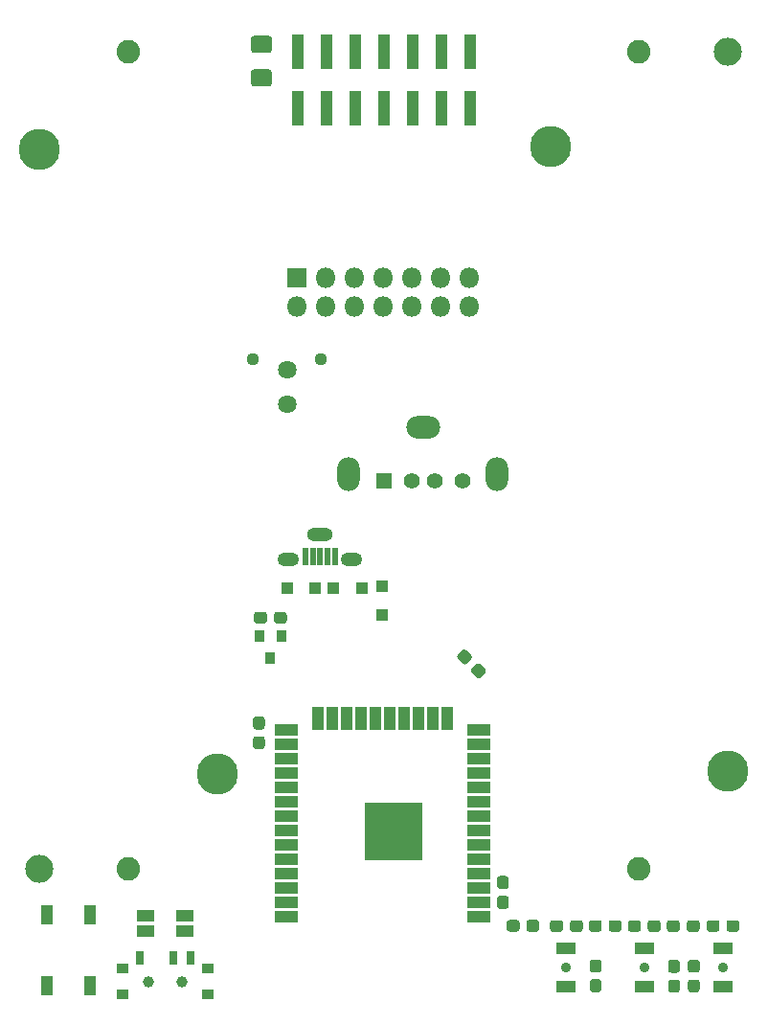
<source format=gbr>
%TF.GenerationSoftware,KiCad,Pcbnew,(5.1.6)-1*%
%TF.CreationDate,2022-04-22T11:55:46+02:00*%
%TF.ProjectId,ZumoComSystem,5a756d6f-436f-46d5-9379-7374656d2e6b,V1.0*%
%TF.SameCoordinates,Original*%
%TF.FileFunction,Soldermask,Top*%
%TF.FilePolarity,Negative*%
%FSLAX46Y46*%
G04 Gerber Fmt 4.6, Leading zero omitted, Abs format (unit mm)*
G04 Created by KiCad (PCBNEW (5.1.6)-1) date 2022-04-22 11:55:46*
%MOMM*%
%LPD*%
G01*
G04 APERTURE LIST*
%ADD10R,1.100000X0.900000*%
%ADD11R,0.800000X1.200000*%
%ADD12C,1.000000*%
%ADD13R,1.400000X1.400000*%
%ADD14C,1.400000*%
%ADD15O,2.000000X3.000000*%
%ADD16O,3.000000X2.000000*%
%ADD17O,1.800000X1.800000*%
%ADD18R,1.800000X1.800000*%
%ADD19R,2.100000X1.000000*%
%ADD20R,1.000000X2.100000*%
%ADD21R,5.100000X5.100000*%
%ADD22O,2.300000X1.200000*%
%ADD23O,1.900000X1.200000*%
%ADD24R,0.550000X1.600000*%
%ADD25C,0.900000*%
%ADD26R,1.800000X1.000000*%
%ADD27R,1.600000X1.100000*%
%ADD28R,1.100000X1.800000*%
%ADD29C,2.490000*%
%ADD30C,3.650000*%
%ADD31C,2.080000*%
%ADD32R,1.100000X1.100000*%
%ADD33R,1.100000X3.100000*%
%ADD34R,0.900000X1.000000*%
%ADD35C,1.630000*%
%ADD36C,1.120000*%
G04 APERTURE END LIST*
D10*
%TO.C,SW1*%
X131425000Y-143800000D03*
X131425000Y-141500000D03*
X123925000Y-143800000D03*
X123925000Y-141500000D03*
D11*
X129925000Y-140600000D03*
X128425000Y-140600000D03*
X125425000Y-140600000D03*
D12*
X129175000Y-142650000D03*
X126175000Y-142650000D03*
%TD*%
D13*
%TO.C,J1*%
X147000000Y-98400000D03*
D14*
X149500000Y-98400000D03*
X151500000Y-98400000D03*
X154000000Y-98400000D03*
D15*
X143930000Y-97800000D03*
X157070000Y-97800000D03*
D16*
X150500000Y-93620000D03*
%TD*%
D17*
%TO.C,J5*%
X154575000Y-83025000D03*
X154575000Y-80485000D03*
X152035000Y-83025000D03*
X152035000Y-80485000D03*
X149495000Y-83025000D03*
X149495000Y-80485000D03*
X146955000Y-83025000D03*
X146955000Y-80485000D03*
X144415000Y-83025000D03*
X144415000Y-80485000D03*
X141875000Y-83025000D03*
X141875000Y-80485000D03*
X139335000Y-83025000D03*
D18*
X139335000Y-80485000D03*
%TD*%
D19*
%TO.C,U6*%
X138425000Y-136905000D03*
X138425000Y-135635000D03*
X138425000Y-134365000D03*
X138425000Y-133095000D03*
X138425000Y-131825000D03*
X138425000Y-130555000D03*
X138425000Y-129285000D03*
X138425000Y-128015000D03*
X138425000Y-126745000D03*
X138425000Y-125475000D03*
X138425000Y-124205000D03*
X138425000Y-122935000D03*
X138425000Y-121665000D03*
X138425000Y-120395000D03*
D20*
X141210000Y-119395000D03*
X142480000Y-119395000D03*
X143750000Y-119395000D03*
X145020000Y-119395000D03*
X146290000Y-119395000D03*
X147560000Y-119395000D03*
X148830000Y-119395000D03*
X150100000Y-119395000D03*
X151370000Y-119395000D03*
X152640000Y-119395000D03*
D19*
X155425000Y-120395000D03*
X155425000Y-121665000D03*
X155425000Y-122935000D03*
X155425000Y-124205000D03*
X155425000Y-125475000D03*
X155425000Y-126745000D03*
X155425000Y-128015000D03*
X155425000Y-129285000D03*
X155425000Y-130555000D03*
X155425000Y-131825000D03*
X155425000Y-133095000D03*
X155425000Y-134365000D03*
X155425000Y-135635000D03*
X155425000Y-136905000D03*
D21*
X147925000Y-129405000D03*
%TD*%
D22*
%TO.C,J3*%
X141400000Y-103175000D03*
D23*
X138600000Y-105325000D03*
X144200000Y-105325000D03*
D24*
X142700000Y-105075000D03*
X140100000Y-105075000D03*
X142050000Y-105075000D03*
X140750000Y-105075000D03*
X141400000Y-105075000D03*
%TD*%
D25*
%TO.C,SW3*%
X163150000Y-141425000D03*
D26*
X163150000Y-139725000D03*
X163150000Y-143125000D03*
%TD*%
D25*
%TO.C,SW4*%
X170070833Y-141425000D03*
D26*
X170070833Y-139725000D03*
X170070833Y-143125000D03*
%TD*%
D25*
%TO.C,SW5*%
X176991666Y-141425000D03*
D26*
X176991666Y-139725000D03*
X176991666Y-143125000D03*
%TD*%
%TO.C,D7*%
G36*
G01*
X163472500Y-138012500D02*
X163472500Y-137487500D01*
G75*
G02*
X163735000Y-137225000I262500J0D01*
G01*
X164360000Y-137225000D01*
G75*
G02*
X164622500Y-137487500I0J-262500D01*
G01*
X164622500Y-138012500D01*
G75*
G02*
X164360000Y-138275000I-262500J0D01*
G01*
X163735000Y-138275000D01*
G75*
G02*
X163472500Y-138012500I0J262500D01*
G01*
G37*
G36*
G01*
X161722500Y-138012500D02*
X161722500Y-137487500D01*
G75*
G02*
X161985000Y-137225000I262500J0D01*
G01*
X162610000Y-137225000D01*
G75*
G02*
X162872500Y-137487500I0J-262500D01*
G01*
X162872500Y-138012500D01*
G75*
G02*
X162610000Y-138275000I-262500J0D01*
G01*
X161985000Y-138275000D01*
G75*
G02*
X161722500Y-138012500I0J262500D01*
G01*
G37*
%TD*%
%TO.C,D9*%
G36*
G01*
X177314166Y-138012500D02*
X177314166Y-137487500D01*
G75*
G02*
X177576666Y-137225000I262500J0D01*
G01*
X178201666Y-137225000D01*
G75*
G02*
X178464166Y-137487500I0J-262500D01*
G01*
X178464166Y-138012500D01*
G75*
G02*
X178201666Y-138275000I-262500J0D01*
G01*
X177576666Y-138275000D01*
G75*
G02*
X177314166Y-138012500I0J262500D01*
G01*
G37*
G36*
G01*
X175564166Y-138012500D02*
X175564166Y-137487500D01*
G75*
G02*
X175826666Y-137225000I262500J0D01*
G01*
X176451666Y-137225000D01*
G75*
G02*
X176714166Y-137487500I0J-262500D01*
G01*
X176714166Y-138012500D01*
G75*
G02*
X176451666Y-138275000I-262500J0D01*
G01*
X175826666Y-138275000D01*
G75*
G02*
X175564166Y-138012500I0J262500D01*
G01*
G37*
%TD*%
%TO.C,D8*%
G36*
G01*
X170350000Y-138012500D02*
X170350000Y-137487500D01*
G75*
G02*
X170612500Y-137225000I262500J0D01*
G01*
X171237500Y-137225000D01*
G75*
G02*
X171500000Y-137487500I0J-262500D01*
G01*
X171500000Y-138012500D01*
G75*
G02*
X171237500Y-138275000I-262500J0D01*
G01*
X170612500Y-138275000D01*
G75*
G02*
X170350000Y-138012500I0J262500D01*
G01*
G37*
G36*
G01*
X168600000Y-138012500D02*
X168600000Y-137487500D01*
G75*
G02*
X168862500Y-137225000I262500J0D01*
G01*
X169487500Y-137225000D01*
G75*
G02*
X169750000Y-137487500I0J-262500D01*
G01*
X169750000Y-138012500D01*
G75*
G02*
X169487500Y-138275000I-262500J0D01*
G01*
X168862500Y-138275000D01*
G75*
G02*
X168600000Y-138012500I0J262500D01*
G01*
G37*
%TD*%
D27*
%TO.C,D10*%
X129425000Y-138200000D03*
X129425000Y-136800000D03*
X125925000Y-138200000D03*
X125925000Y-136800000D03*
%TD*%
D28*
%TO.C,SW2*%
X117250000Y-143025000D03*
X117250000Y-136725000D03*
X121050000Y-143025000D03*
X121050000Y-136725000D03*
%TD*%
D29*
%TO.C,BT1*%
X116530000Y-132710000D03*
D30*
X116530000Y-69130000D03*
X132270000Y-124330000D03*
D31*
X124400000Y-60490000D03*
X124400000Y-132710000D03*
%TD*%
%TO.C,C5*%
G36*
G01*
X136857456Y-60575000D02*
X135542544Y-60575000D01*
G75*
G02*
X135275000Y-60307456I0J267544D01*
G01*
X135275000Y-59317544D01*
G75*
G02*
X135542544Y-59050000I267544J0D01*
G01*
X136857456Y-59050000D01*
G75*
G02*
X137125000Y-59317544I0J-267544D01*
G01*
X137125000Y-60307456D01*
G75*
G02*
X136857456Y-60575000I-267544J0D01*
G01*
G37*
G36*
G01*
X136857456Y-63550000D02*
X135542544Y-63550000D01*
G75*
G02*
X135275000Y-63282456I0J267544D01*
G01*
X135275000Y-62292544D01*
G75*
G02*
X135542544Y-62025000I267544J0D01*
G01*
X136857456Y-62025000D01*
G75*
G02*
X137125000Y-62292544I0J-267544D01*
G01*
X137125000Y-63282456D01*
G75*
G02*
X136857456Y-63550000I-267544J0D01*
G01*
G37*
%TD*%
%TO.C,R15*%
G36*
G01*
X157812500Y-134475000D02*
X157287500Y-134475000D01*
G75*
G02*
X157025000Y-134212500I0J262500D01*
G01*
X157025000Y-133587500D01*
G75*
G02*
X157287500Y-133325000I262500J0D01*
G01*
X157812500Y-133325000D01*
G75*
G02*
X158075000Y-133587500I0J-262500D01*
G01*
X158075000Y-134212500D01*
G75*
G02*
X157812500Y-134475000I-262500J0D01*
G01*
G37*
G36*
G01*
X157812500Y-136225000D02*
X157287500Y-136225000D01*
G75*
G02*
X157025000Y-135962500I0J262500D01*
G01*
X157025000Y-135337500D01*
G75*
G02*
X157287500Y-135075000I262500J0D01*
G01*
X157812500Y-135075000D01*
G75*
G02*
X158075000Y-135337500I0J-262500D01*
G01*
X158075000Y-135962500D01*
G75*
G02*
X157812500Y-136225000I-262500J0D01*
G01*
G37*
%TD*%
%TO.C,R17*%
G36*
G01*
X135712500Y-120975000D02*
X136237500Y-120975000D01*
G75*
G02*
X136500000Y-121237500I0J-262500D01*
G01*
X136500000Y-121862500D01*
G75*
G02*
X136237500Y-122125000I-262500J0D01*
G01*
X135712500Y-122125000D01*
G75*
G02*
X135450000Y-121862500I0J262500D01*
G01*
X135450000Y-121237500D01*
G75*
G02*
X135712500Y-120975000I262500J0D01*
G01*
G37*
G36*
G01*
X135712500Y-119225000D02*
X136237500Y-119225000D01*
G75*
G02*
X136500000Y-119487500I0J-262500D01*
G01*
X136500000Y-120112500D01*
G75*
G02*
X136237500Y-120375000I-262500J0D01*
G01*
X135712500Y-120375000D01*
G75*
G02*
X135450000Y-120112500I0J262500D01*
G01*
X135450000Y-119487500D01*
G75*
G02*
X135712500Y-119225000I262500J0D01*
G01*
G37*
%TD*%
%TO.C,R23*%
G36*
G01*
X159625000Y-137987500D02*
X159625000Y-137462500D01*
G75*
G02*
X159887500Y-137200000I262500J0D01*
G01*
X160512500Y-137200000D01*
G75*
G02*
X160775000Y-137462500I0J-262500D01*
G01*
X160775000Y-137987500D01*
G75*
G02*
X160512500Y-138250000I-262500J0D01*
G01*
X159887500Y-138250000D01*
G75*
G02*
X159625000Y-137987500I0J262500D01*
G01*
G37*
G36*
G01*
X157875000Y-137987500D02*
X157875000Y-137462500D01*
G75*
G02*
X158137500Y-137200000I262500J0D01*
G01*
X158762500Y-137200000D01*
G75*
G02*
X159025000Y-137462500I0J-262500D01*
G01*
X159025000Y-137987500D01*
G75*
G02*
X158762500Y-138250000I-262500J0D01*
G01*
X158137500Y-138250000D01*
G75*
G02*
X157875000Y-137987500I0J262500D01*
G01*
G37*
%TD*%
%TO.C,R27*%
G36*
G01*
X173200000Y-137487500D02*
X173200000Y-138012500D01*
G75*
G02*
X172937500Y-138275000I-262500J0D01*
G01*
X172312500Y-138275000D01*
G75*
G02*
X172050000Y-138012500I0J262500D01*
G01*
X172050000Y-137487500D01*
G75*
G02*
X172312500Y-137225000I262500J0D01*
G01*
X172937500Y-137225000D01*
G75*
G02*
X173200000Y-137487500I0J-262500D01*
G01*
G37*
G36*
G01*
X174950000Y-137487500D02*
X174950000Y-138012500D01*
G75*
G02*
X174687500Y-138275000I-262500J0D01*
G01*
X174062500Y-138275000D01*
G75*
G02*
X173800000Y-138012500I0J262500D01*
G01*
X173800000Y-137487500D01*
G75*
G02*
X174062500Y-137225000I262500J0D01*
G01*
X174687500Y-137225000D01*
G75*
G02*
X174950000Y-137487500I0J-262500D01*
G01*
G37*
%TD*%
%TO.C,R25*%
G36*
G01*
X166300000Y-137487500D02*
X166300000Y-138012500D01*
G75*
G02*
X166037500Y-138275000I-262500J0D01*
G01*
X165412500Y-138275000D01*
G75*
G02*
X165150000Y-138012500I0J262500D01*
G01*
X165150000Y-137487500D01*
G75*
G02*
X165412500Y-137225000I262500J0D01*
G01*
X166037500Y-137225000D01*
G75*
G02*
X166300000Y-137487500I0J-262500D01*
G01*
G37*
G36*
G01*
X168050000Y-137487500D02*
X168050000Y-138012500D01*
G75*
G02*
X167787500Y-138275000I-262500J0D01*
G01*
X167162500Y-138275000D01*
G75*
G02*
X166900000Y-138012500I0J262500D01*
G01*
X166900000Y-137487500D01*
G75*
G02*
X167162500Y-137225000I262500J0D01*
G01*
X167787500Y-137225000D01*
G75*
G02*
X168050000Y-137487500I0J-262500D01*
G01*
G37*
%TD*%
D32*
%TO.C,D4*%
X146900000Y-110250000D03*
X146900000Y-107750000D03*
%TD*%
D33*
%TO.C,J7*%
X139380000Y-60430000D03*
X139380000Y-65470000D03*
X141920000Y-60430000D03*
X141920000Y-65470000D03*
X144460000Y-60430000D03*
X144460000Y-65470000D03*
X147000000Y-60430000D03*
X147000000Y-65470000D03*
X149540000Y-60430000D03*
X149540000Y-65470000D03*
X152080000Y-60430000D03*
X152080000Y-65470000D03*
X154620000Y-60430000D03*
X154620000Y-65470000D03*
%TD*%
D32*
%TO.C,D5*%
X138450000Y-107900000D03*
X140950000Y-107900000D03*
%TD*%
%TO.C,D6*%
X145050000Y-107900000D03*
X142550000Y-107900000D03*
%TD*%
%TO.C,R12*%
G36*
G01*
X136700000Y-110237500D02*
X136700000Y-110762500D01*
G75*
G02*
X136437500Y-111025000I-262500J0D01*
G01*
X135812500Y-111025000D01*
G75*
G02*
X135550000Y-110762500I0J262500D01*
G01*
X135550000Y-110237500D01*
G75*
G02*
X135812500Y-109975000I262500J0D01*
G01*
X136437500Y-109975000D01*
G75*
G02*
X136700000Y-110237500I0J-262500D01*
G01*
G37*
G36*
G01*
X138450000Y-110237500D02*
X138450000Y-110762500D01*
G75*
G02*
X138187500Y-111025000I-262500J0D01*
G01*
X137562500Y-111025000D01*
G75*
G02*
X137300000Y-110762500I0J262500D01*
G01*
X137300000Y-110237500D01*
G75*
G02*
X137562500Y-109975000I262500J0D01*
G01*
X138187500Y-109975000D01*
G75*
G02*
X138450000Y-110237500I0J-262500D01*
G01*
G37*
%TD*%
D34*
%TO.C,Q5*%
X137000000Y-114100000D03*
X136050000Y-112100000D03*
X137950000Y-112100000D03*
%TD*%
D35*
%TO.C,J2*%
X138460000Y-91610000D03*
X138460000Y-88610000D03*
D36*
X135460000Y-87670000D03*
X141460000Y-87670000D03*
%TD*%
%TO.C,C16*%
G36*
G01*
X165487500Y-142450000D02*
X166012500Y-142450000D01*
G75*
G02*
X166275000Y-142712500I0J-262500D01*
G01*
X166275000Y-143337500D01*
G75*
G02*
X166012500Y-143600000I-262500J0D01*
G01*
X165487500Y-143600000D01*
G75*
G02*
X165225000Y-143337500I0J262500D01*
G01*
X165225000Y-142712500D01*
G75*
G02*
X165487500Y-142450000I262500J0D01*
G01*
G37*
G36*
G01*
X165487500Y-140700000D02*
X166012500Y-140700000D01*
G75*
G02*
X166275000Y-140962500I0J-262500D01*
G01*
X166275000Y-141587500D01*
G75*
G02*
X166012500Y-141850000I-262500J0D01*
G01*
X165487500Y-141850000D01*
G75*
G02*
X165225000Y-141587500I0J262500D01*
G01*
X165225000Y-140962500D01*
G75*
G02*
X165487500Y-140700000I262500J0D01*
G01*
G37*
%TD*%
%TO.C,C17*%
G36*
G01*
X172417500Y-142480000D02*
X172942500Y-142480000D01*
G75*
G02*
X173205000Y-142742500I0J-262500D01*
G01*
X173205000Y-143367500D01*
G75*
G02*
X172942500Y-143630000I-262500J0D01*
G01*
X172417500Y-143630000D01*
G75*
G02*
X172155000Y-143367500I0J262500D01*
G01*
X172155000Y-142742500D01*
G75*
G02*
X172417500Y-142480000I262500J0D01*
G01*
G37*
G36*
G01*
X172417500Y-140730000D02*
X172942500Y-140730000D01*
G75*
G02*
X173205000Y-140992500I0J-262500D01*
G01*
X173205000Y-141617500D01*
G75*
G02*
X172942500Y-141880000I-262500J0D01*
G01*
X172417500Y-141880000D01*
G75*
G02*
X172155000Y-141617500I0J262500D01*
G01*
X172155000Y-140992500D01*
G75*
G02*
X172417500Y-140730000I262500J0D01*
G01*
G37*
%TD*%
%TO.C,C18*%
G36*
G01*
X174167500Y-142470000D02*
X174692500Y-142470000D01*
G75*
G02*
X174955000Y-142732500I0J-262500D01*
G01*
X174955000Y-143357500D01*
G75*
G02*
X174692500Y-143620000I-262500J0D01*
G01*
X174167500Y-143620000D01*
G75*
G02*
X173905000Y-143357500I0J262500D01*
G01*
X173905000Y-142732500D01*
G75*
G02*
X174167500Y-142470000I262500J0D01*
G01*
G37*
G36*
G01*
X174167500Y-140720000D02*
X174692500Y-140720000D01*
G75*
G02*
X174955000Y-140982500I0J-262500D01*
G01*
X174955000Y-141607500D01*
G75*
G02*
X174692500Y-141870000I-262500J0D01*
G01*
X174167500Y-141870000D01*
G75*
G02*
X173905000Y-141607500I0J262500D01*
G01*
X173905000Y-140982500D01*
G75*
G02*
X174167500Y-140720000I262500J0D01*
G01*
G37*
%TD*%
%TO.C,R5*%
G36*
G01*
X154806516Y-114977747D02*
X155177747Y-114606516D01*
G75*
G02*
X155548979Y-114606516I185616J-185616D01*
G01*
X155990920Y-115048457D01*
G75*
G02*
X155990920Y-115419689I-185616J-185616D01*
G01*
X155619689Y-115790920D01*
G75*
G02*
X155248457Y-115790920I-185616J185616D01*
G01*
X154806516Y-115348979D01*
G75*
G02*
X154806516Y-114977747I185616J185616D01*
G01*
G37*
G36*
G01*
X153569080Y-113740311D02*
X153940311Y-113369080D01*
G75*
G02*
X154311543Y-113369080I185616J-185616D01*
G01*
X154753484Y-113811021D01*
G75*
G02*
X154753484Y-114182253I-185616J-185616D01*
G01*
X154382253Y-114553484D01*
G75*
G02*
X154011021Y-114553484I-185616J185616D01*
G01*
X153569080Y-114111543D01*
G75*
G02*
X153569080Y-113740311I185616J185616D01*
G01*
G37*
%TD*%
D29*
%TO.C,BT2*%
X177470000Y-60490000D03*
D30*
X177470000Y-124070000D03*
X161730000Y-68870000D03*
D31*
X169600000Y-132710000D03*
X169600000Y-60490000D03*
%TD*%
M02*

</source>
